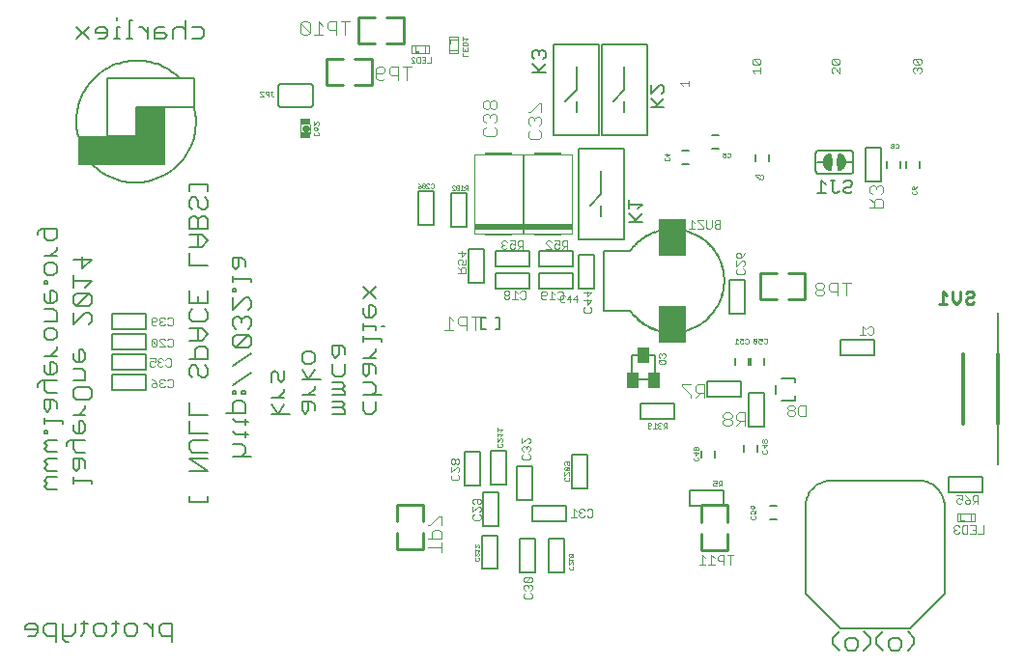
<source format=gbo>
G75*
%MOIN*%
%OFA0B0*%
%FSLAX24Y24*%
%IPPOS*%
%LPD*%
%AMOC8*
5,1,8,0,0,1.08239X$1,22.5*
%
%ADD10C,0.0020*%
%ADD11C,0.0060*%
%ADD12R,0.3000X0.1000*%
%ADD13R,0.1000X0.1000*%
%ADD14C,0.0080*%
%ADD15C,0.0050*%
%ADD16C,0.0040*%
%ADD17C,0.0100*%
%ADD18C,0.0118*%
%ADD19C,0.0090*%
%ADD20R,0.0945X0.0059*%
%ADD21R,0.1673X0.0187*%
%ADD22C,0.0030*%
%ADD23C,0.0010*%
%ADD24R,0.0945X0.1260*%
%ADD25R,0.0394X0.0551*%
%ADD26R,0.0433X0.0551*%
%ADD27R,0.0089X0.0157*%
%ADD28R,0.0089X0.0098*%
%ADD29R,0.0157X0.0089*%
%ADD30R,0.0098X0.0089*%
%ADD31C,0.0220*%
%ADD32R,0.0374X0.0197*%
D10*
X005577Y009529D02*
X005530Y009575D01*
X005530Y009622D01*
X005577Y009669D01*
X005717Y009669D01*
X005717Y009575D01*
X005671Y009529D01*
X005577Y009529D01*
X005717Y009669D02*
X005624Y009762D01*
X005530Y009809D01*
X005807Y009762D02*
X005807Y009715D01*
X005853Y009669D01*
X005807Y009622D01*
X005807Y009575D01*
X005853Y009529D01*
X005947Y009529D01*
X005993Y009575D01*
X006083Y009575D02*
X006130Y009529D01*
X006223Y009529D01*
X006270Y009575D01*
X006270Y009762D01*
X006223Y009809D01*
X006130Y009809D01*
X006083Y009762D01*
X005993Y009762D02*
X005947Y009809D01*
X005853Y009809D01*
X005807Y009762D01*
X005853Y009669D02*
X005900Y009669D01*
X005885Y010244D02*
X005932Y010291D01*
X005885Y010244D02*
X005791Y010244D01*
X005745Y010291D01*
X005745Y010337D01*
X005791Y010384D01*
X005838Y010384D01*
X005791Y010384D02*
X005745Y010431D01*
X005745Y010478D01*
X005791Y010524D01*
X005885Y010524D01*
X005932Y010478D01*
X006021Y010478D02*
X006068Y010524D01*
X006161Y010524D01*
X006208Y010478D01*
X006208Y010291D01*
X006161Y010244D01*
X006068Y010244D01*
X006021Y010291D01*
X005655Y010291D02*
X005609Y010244D01*
X005515Y010244D01*
X005468Y010291D01*
X005468Y010384D01*
X005515Y010431D01*
X005562Y010431D01*
X005655Y010384D01*
X005655Y010524D01*
X005468Y010524D01*
X005577Y010934D02*
X005671Y010934D01*
X005717Y010980D01*
X005530Y011167D01*
X005530Y010980D01*
X005577Y010934D01*
X005717Y010980D02*
X005717Y011167D01*
X005671Y011214D01*
X005577Y011214D01*
X005530Y011167D01*
X005807Y011167D02*
X005853Y011214D01*
X005947Y011214D01*
X005993Y011167D01*
X006083Y011167D02*
X006130Y011214D01*
X006223Y011214D01*
X006270Y011167D01*
X006270Y010980D01*
X006223Y010934D01*
X006130Y010934D01*
X006083Y010980D01*
X005993Y010934D02*
X005807Y011121D01*
X005807Y011167D01*
X005807Y010934D02*
X005993Y010934D01*
X005947Y011654D02*
X005993Y011701D01*
X005947Y011654D02*
X005853Y011654D01*
X005807Y011701D01*
X005807Y011748D01*
X005853Y011794D01*
X005900Y011794D01*
X005853Y011794D02*
X005807Y011841D01*
X005807Y011888D01*
X005853Y011935D01*
X005947Y011935D01*
X005993Y011888D01*
X006083Y011888D02*
X006130Y011935D01*
X006223Y011935D01*
X006270Y011888D01*
X006270Y011701D01*
X006223Y011654D01*
X006130Y011654D01*
X006083Y011701D01*
X005717Y011701D02*
X005671Y011654D01*
X005577Y011654D01*
X005530Y011701D01*
X005530Y011888D01*
X005577Y011935D01*
X005671Y011935D01*
X005717Y011888D01*
X005717Y011841D01*
X005671Y011794D01*
X005530Y011794D01*
X011163Y018218D02*
X011134Y018247D01*
X011134Y018306D01*
X011163Y018336D01*
X011163Y018399D02*
X011134Y018428D01*
X011134Y018487D01*
X011163Y018517D01*
X011193Y018517D01*
X011222Y018487D01*
X011222Y018399D01*
X011163Y018399D01*
X011222Y018399D02*
X011281Y018458D01*
X011311Y018517D01*
X011281Y018580D02*
X011311Y018610D01*
X011311Y018669D01*
X011281Y018698D01*
X011252Y018698D01*
X011134Y018580D01*
X011134Y018698D01*
X011281Y018336D02*
X011311Y018306D01*
X011311Y018247D01*
X011281Y018218D01*
X011163Y018218D01*
X009761Y019602D02*
X009732Y019573D01*
X009702Y019573D01*
X009673Y019602D01*
X009673Y019750D01*
X009702Y019750D02*
X009643Y019750D01*
X009580Y019750D02*
X009580Y019573D01*
X009580Y019632D02*
X009491Y019632D01*
X009462Y019661D01*
X009462Y019720D01*
X009491Y019750D01*
X009580Y019750D01*
X009399Y019720D02*
X009369Y019750D01*
X009310Y019750D01*
X009281Y019720D01*
X009281Y019691D01*
X009399Y019573D01*
X009281Y019573D01*
X014498Y020743D02*
X014616Y020743D01*
X014498Y020861D01*
X014498Y020891D01*
X014528Y020920D01*
X014587Y020920D01*
X014616Y020891D01*
X014680Y020891D02*
X014709Y020920D01*
X014798Y020920D01*
X014798Y020743D01*
X014709Y020743D01*
X014680Y020773D01*
X014680Y020891D01*
X014861Y020920D02*
X014979Y020920D01*
X014979Y020743D01*
X014861Y020743D01*
X014920Y020832D02*
X014979Y020832D01*
X015042Y020743D02*
X015160Y020743D01*
X015160Y020920D01*
X016255Y020962D02*
X016255Y021080D01*
X016255Y021143D02*
X016255Y021261D01*
X016255Y021325D02*
X016255Y021413D01*
X016285Y021443D01*
X016403Y021443D01*
X016432Y021413D01*
X016432Y021325D01*
X016255Y021325D01*
X016344Y021202D02*
X016344Y021143D01*
X016432Y021143D02*
X016255Y021143D01*
X016432Y021143D02*
X016432Y021261D01*
X016373Y021506D02*
X016432Y021565D01*
X016255Y021565D01*
X016255Y021506D02*
X016255Y021624D01*
X016255Y020962D02*
X016432Y020962D01*
X017660Y014587D02*
X017613Y014540D01*
X017613Y014494D01*
X017660Y014447D01*
X017613Y014400D01*
X017613Y014354D01*
X017660Y014307D01*
X017753Y014307D01*
X017800Y014354D01*
X017889Y014354D02*
X017936Y014307D01*
X018029Y014307D01*
X018076Y014354D01*
X018076Y014447D02*
X017983Y014494D01*
X017936Y014494D01*
X017889Y014447D01*
X017889Y014354D01*
X017706Y014447D02*
X017660Y014447D01*
X017660Y014587D02*
X017753Y014587D01*
X017800Y014540D01*
X017889Y014587D02*
X018076Y014587D01*
X018076Y014447D01*
X018165Y014447D02*
X018212Y014400D01*
X018352Y014400D01*
X018352Y014307D02*
X018352Y014587D01*
X018212Y014587D01*
X018165Y014540D01*
X018165Y014447D01*
X018259Y014400D02*
X018165Y014307D01*
X019147Y014307D02*
X019334Y014307D01*
X019147Y014494D01*
X019147Y014541D01*
X019194Y014587D01*
X019287Y014587D01*
X019334Y014541D01*
X019423Y014587D02*
X019610Y014587D01*
X019610Y014447D01*
X019517Y014494D01*
X019470Y014494D01*
X019423Y014447D01*
X019423Y014354D01*
X019470Y014307D01*
X019563Y014307D01*
X019610Y014354D01*
X019700Y014307D02*
X019793Y014401D01*
X019746Y014401D02*
X019886Y014401D01*
X019886Y014307D02*
X019886Y014587D01*
X019746Y014587D01*
X019700Y014541D01*
X019700Y014447D01*
X019746Y014401D01*
X019677Y012844D02*
X019723Y012797D01*
X019723Y012610D01*
X019677Y012564D01*
X019583Y012564D01*
X019536Y012610D01*
X019447Y012564D02*
X019260Y012564D01*
X019354Y012564D02*
X019354Y012844D01*
X019447Y012750D01*
X019536Y012797D02*
X019583Y012844D01*
X019677Y012844D01*
X019685Y012689D02*
X019649Y012653D01*
X019649Y012508D01*
X019685Y012472D01*
X019757Y012472D01*
X019793Y012508D01*
X019866Y012580D02*
X020010Y012580D01*
X020084Y012580D02*
X020228Y012580D01*
X020192Y012472D02*
X020192Y012689D01*
X020084Y012580D01*
X019974Y012472D02*
X019974Y012689D01*
X019866Y012580D01*
X019793Y012653D02*
X019757Y012689D01*
X019685Y012689D01*
X019171Y012750D02*
X019124Y012704D01*
X018984Y012704D01*
X018984Y012797D02*
X019031Y012844D01*
X019124Y012844D01*
X019171Y012797D01*
X019171Y012750D01*
X019171Y012610D02*
X019124Y012564D01*
X019031Y012564D01*
X018984Y012610D01*
X018984Y012797D01*
X018437Y012811D02*
X018437Y012624D01*
X018390Y012577D01*
X018297Y012577D01*
X018250Y012624D01*
X018160Y012577D02*
X017974Y012577D01*
X018067Y012577D02*
X018067Y012857D01*
X018160Y012764D01*
X018250Y012811D02*
X018297Y012857D01*
X018390Y012857D01*
X018437Y012811D01*
X017884Y012811D02*
X017837Y012857D01*
X017744Y012857D01*
X017697Y012811D01*
X017697Y012764D01*
X017744Y012717D01*
X017837Y012717D01*
X017884Y012764D01*
X017884Y012811D01*
X017837Y012717D02*
X017884Y012671D01*
X017884Y012624D01*
X017837Y012577D01*
X017744Y012577D01*
X017697Y012624D01*
X017697Y012671D01*
X017744Y012717D01*
X016377Y013481D02*
X016377Y013621D01*
X016331Y013668D01*
X016237Y013668D01*
X016191Y013621D01*
X016191Y013481D01*
X016191Y013575D02*
X016097Y013668D01*
X016144Y013757D02*
X016097Y013804D01*
X016097Y013898D01*
X016144Y013944D01*
X016237Y013944D01*
X016284Y013898D01*
X016284Y013851D01*
X016237Y013757D01*
X016377Y013757D01*
X016377Y013944D01*
X016237Y014034D02*
X016237Y014221D01*
X016097Y014174D02*
X016377Y014174D01*
X016237Y014034D01*
X016097Y013481D02*
X016377Y013481D01*
X020430Y012799D02*
X020710Y012799D01*
X020570Y012658D01*
X020570Y012845D01*
X020570Y012569D02*
X020570Y012382D01*
X020710Y012522D01*
X020430Y012522D01*
X020477Y012293D02*
X020430Y012246D01*
X020430Y012153D01*
X020477Y012106D01*
X020664Y012106D01*
X020710Y012153D01*
X020710Y012246D01*
X020664Y012293D01*
X023039Y010656D02*
X023039Y010584D01*
X023075Y010548D01*
X023075Y010475D02*
X023039Y010439D01*
X023039Y010367D01*
X023075Y010331D01*
X023219Y010331D01*
X023255Y010367D01*
X023255Y010439D01*
X023219Y010475D01*
X023075Y010475D01*
X023039Y010475D02*
X023111Y010403D01*
X023219Y010548D02*
X023255Y010584D01*
X023255Y010656D01*
X023219Y010692D01*
X023183Y010692D01*
X023147Y010656D01*
X023111Y010692D01*
X023075Y010692D01*
X023039Y010656D01*
X023147Y010656D02*
X023147Y010620D01*
X025655Y011035D02*
X025773Y011035D01*
X025714Y011035D02*
X025714Y011212D01*
X025773Y011153D01*
X025836Y011123D02*
X025836Y011064D01*
X025866Y011035D01*
X025925Y011035D01*
X025954Y011064D01*
X025954Y011123D02*
X025895Y011153D01*
X025866Y011153D01*
X025836Y011123D01*
X025836Y011212D02*
X025954Y011212D01*
X025954Y011123D01*
X026018Y011064D02*
X026047Y011035D01*
X026106Y011035D01*
X026136Y011064D01*
X026136Y011182D01*
X026106Y011212D01*
X026047Y011212D01*
X026018Y011182D01*
X026297Y011184D02*
X026415Y011066D01*
X026385Y011036D01*
X026326Y011036D01*
X026297Y011066D01*
X026297Y011184D01*
X026326Y011213D01*
X026385Y011213D01*
X026415Y011184D01*
X026415Y011066D01*
X026478Y011066D02*
X026508Y011036D01*
X026567Y011036D01*
X026596Y011066D01*
X026596Y011125D02*
X026537Y011154D01*
X026508Y011154D01*
X026478Y011125D01*
X026478Y011066D01*
X026596Y011125D02*
X026596Y011213D01*
X026478Y011213D01*
X026660Y011184D02*
X026689Y011213D01*
X026748Y011213D01*
X026778Y011184D01*
X026778Y011066D01*
X026748Y011036D01*
X026689Y011036D01*
X026660Y011066D01*
X025949Y013435D02*
X025763Y013435D01*
X025716Y013482D01*
X025716Y013575D01*
X025763Y013622D01*
X025716Y013712D02*
X025903Y013898D01*
X025949Y013898D01*
X025996Y013852D01*
X025996Y013758D01*
X025949Y013712D01*
X025949Y013622D02*
X025996Y013575D01*
X025996Y013482D01*
X025949Y013435D01*
X025716Y013712D02*
X025716Y013898D01*
X025763Y013988D02*
X025716Y014035D01*
X025716Y014128D01*
X025763Y014175D01*
X025809Y014175D01*
X025856Y014128D01*
X025856Y013988D01*
X025763Y013988D01*
X025856Y013988D02*
X025949Y014081D01*
X025996Y014175D01*
X030062Y011624D02*
X030062Y011344D01*
X030155Y011344D02*
X029968Y011344D01*
X030155Y011531D02*
X030062Y011624D01*
X030245Y011577D02*
X030291Y011624D01*
X030385Y011624D01*
X030431Y011577D01*
X030431Y011390D01*
X030385Y011344D01*
X030291Y011344D01*
X030245Y011390D01*
X026742Y007729D02*
X026712Y007729D01*
X026683Y007700D01*
X026683Y007641D01*
X026712Y007611D01*
X026742Y007611D01*
X026771Y007641D01*
X026771Y007700D01*
X026742Y007729D01*
X026683Y007700D02*
X026653Y007729D01*
X026624Y007729D01*
X026594Y007700D01*
X026594Y007641D01*
X026624Y007611D01*
X026653Y007611D01*
X026683Y007641D01*
X026683Y007548D02*
X026683Y007430D01*
X026771Y007519D01*
X026594Y007519D01*
X026624Y007367D02*
X026594Y007337D01*
X026594Y007278D01*
X026624Y007249D01*
X026742Y007249D01*
X026771Y007278D01*
X026771Y007337D01*
X026742Y007367D01*
X025217Y006297D02*
X025128Y006297D01*
X025099Y006268D01*
X025099Y006209D01*
X025128Y006179D01*
X025217Y006179D01*
X025217Y006120D02*
X025217Y006297D01*
X025158Y006179D02*
X025099Y006120D01*
X025036Y006150D02*
X025006Y006120D01*
X024947Y006120D01*
X024918Y006150D01*
X024918Y006209D01*
X024947Y006238D01*
X024977Y006238D01*
X025036Y006209D01*
X025036Y006297D01*
X024918Y006297D01*
X024373Y006988D02*
X024255Y006988D01*
X024226Y007018D01*
X024226Y007077D01*
X024255Y007106D01*
X024314Y007169D02*
X024314Y007287D01*
X024344Y007351D02*
X024314Y007380D01*
X024314Y007469D01*
X024255Y007469D02*
X024373Y007469D01*
X024403Y007439D01*
X024403Y007380D01*
X024373Y007351D01*
X024344Y007351D01*
X024255Y007351D02*
X024226Y007380D01*
X024226Y007439D01*
X024255Y007469D01*
X024226Y007258D02*
X024403Y007258D01*
X024314Y007169D01*
X024373Y007106D02*
X024403Y007077D01*
X024403Y007018D01*
X024373Y006988D01*
X023319Y008107D02*
X023319Y008284D01*
X023230Y008284D01*
X023201Y008254D01*
X023201Y008195D01*
X023230Y008166D01*
X023319Y008166D01*
X023260Y008166D02*
X023201Y008107D01*
X023137Y008136D02*
X023108Y008107D01*
X023049Y008107D01*
X023019Y008136D01*
X023019Y008166D01*
X023049Y008195D01*
X023078Y008195D01*
X023049Y008195D02*
X023019Y008225D01*
X023019Y008254D01*
X023049Y008284D01*
X023108Y008284D01*
X023137Y008254D01*
X022956Y008225D02*
X022897Y008284D01*
X022897Y008107D01*
X022956Y008107D02*
X022838Y008107D01*
X022775Y008136D02*
X022745Y008107D01*
X022686Y008107D01*
X022657Y008136D01*
X022657Y008254D01*
X022686Y008284D01*
X022745Y008284D01*
X022775Y008254D01*
X022775Y008225D01*
X022745Y008195D01*
X022657Y008195D01*
X019953Y006929D02*
X019953Y006870D01*
X019924Y006840D01*
X019894Y006840D01*
X019865Y006870D01*
X019865Y006958D01*
X019924Y006958D02*
X019953Y006929D01*
X019924Y006958D02*
X019806Y006958D01*
X019776Y006929D01*
X019776Y006870D01*
X019806Y006840D01*
X019806Y006777D02*
X019776Y006748D01*
X019776Y006689D01*
X019806Y006659D01*
X019924Y006777D01*
X019806Y006777D01*
X019806Y006659D02*
X019924Y006659D01*
X019953Y006689D01*
X019953Y006748D01*
X019924Y006777D01*
X019924Y006596D02*
X019953Y006566D01*
X019953Y006507D01*
X019924Y006478D01*
X019924Y006415D02*
X019953Y006385D01*
X019953Y006326D01*
X019924Y006297D01*
X019806Y006297D01*
X019776Y006326D01*
X019776Y006385D01*
X019806Y006415D01*
X019776Y006478D02*
X019894Y006596D01*
X019924Y006596D01*
X019776Y006596D02*
X019776Y006478D01*
X018600Y007080D02*
X018600Y007173D01*
X018553Y007220D01*
X018553Y007309D02*
X018600Y007356D01*
X018600Y007449D01*
X018553Y007496D01*
X018506Y007496D01*
X018460Y007449D01*
X018413Y007496D01*
X018366Y007496D01*
X018320Y007449D01*
X018320Y007356D01*
X018366Y007309D01*
X018366Y007220D02*
X018320Y007173D01*
X018320Y007080D01*
X018366Y007033D01*
X018553Y007033D01*
X018600Y007080D01*
X018460Y007402D02*
X018460Y007449D01*
X018553Y007585D02*
X018600Y007632D01*
X018600Y007725D01*
X018553Y007772D01*
X018506Y007772D01*
X018320Y007585D01*
X018320Y007772D01*
X017633Y007735D02*
X017633Y007676D01*
X017603Y007646D01*
X017603Y007583D02*
X017633Y007553D01*
X017633Y007494D01*
X017603Y007465D01*
X017485Y007465D01*
X017456Y007494D01*
X017456Y007553D01*
X017485Y007583D01*
X017456Y007646D02*
X017574Y007764D01*
X017603Y007764D01*
X017633Y007735D01*
X017574Y007827D02*
X017633Y007886D01*
X017456Y007886D01*
X017456Y007827D02*
X017456Y007945D01*
X017456Y008009D02*
X017456Y008127D01*
X017456Y008068D02*
X017633Y008068D01*
X017574Y008009D01*
X017456Y007764D02*
X017456Y007646D01*
X016150Y007012D02*
X016103Y007058D01*
X016056Y007058D01*
X016010Y007012D01*
X016010Y006918D01*
X016056Y006872D01*
X016103Y006872D01*
X016150Y006918D01*
X016150Y007012D01*
X016010Y007012D02*
X015963Y007058D01*
X015916Y007058D01*
X015870Y007012D01*
X015870Y006918D01*
X015916Y006872D01*
X015963Y006872D01*
X016010Y006918D01*
X016056Y006782D02*
X016103Y006782D01*
X016150Y006735D01*
X016150Y006642D01*
X016103Y006595D01*
X016103Y006506D02*
X016150Y006459D01*
X016150Y006366D01*
X016103Y006319D01*
X015916Y006319D01*
X015870Y006366D01*
X015870Y006459D01*
X015916Y006506D01*
X015870Y006595D02*
X016056Y006782D01*
X015870Y006782D02*
X015870Y006595D01*
X016664Y005683D02*
X016851Y005683D01*
X016897Y005637D01*
X016897Y005543D01*
X016851Y005497D01*
X016804Y005497D01*
X016757Y005543D01*
X016757Y005683D01*
X016664Y005683D02*
X016617Y005637D01*
X016617Y005543D01*
X016664Y005497D01*
X016617Y005407D02*
X016617Y005220D01*
X016804Y005407D01*
X016851Y005407D01*
X016897Y005360D01*
X016897Y005267D01*
X016851Y005220D01*
X016851Y005131D02*
X016897Y005084D01*
X016897Y004991D01*
X016851Y004944D01*
X016664Y004944D01*
X016617Y004991D01*
X016617Y005084D01*
X016664Y005131D01*
X018434Y002975D02*
X018387Y002928D01*
X018387Y002835D01*
X018434Y002788D01*
X018621Y002975D01*
X018434Y002975D01*
X018621Y002975D02*
X018667Y002928D01*
X018667Y002835D01*
X018621Y002788D01*
X018434Y002788D01*
X018434Y002699D02*
X018387Y002652D01*
X018387Y002559D01*
X018434Y002512D01*
X018434Y002422D02*
X018387Y002376D01*
X018387Y002282D01*
X018434Y002236D01*
X018621Y002236D01*
X018667Y002282D01*
X018667Y002376D01*
X018621Y002422D01*
X018621Y002512D02*
X018667Y002559D01*
X018667Y002652D01*
X018621Y002699D01*
X018574Y002699D01*
X018527Y002652D01*
X018481Y002699D01*
X018434Y002699D01*
X018527Y002652D02*
X018527Y002605D01*
X020011Y005048D02*
X020198Y005048D01*
X020104Y005048D02*
X020104Y005329D01*
X020198Y005235D01*
X020287Y005235D02*
X020334Y005188D01*
X020287Y005142D01*
X020287Y005095D01*
X020334Y005048D01*
X020427Y005048D01*
X020474Y005095D01*
X020563Y005095D02*
X020610Y005048D01*
X020703Y005048D01*
X020750Y005095D01*
X020750Y005282D01*
X020703Y005329D01*
X020610Y005329D01*
X020563Y005282D01*
X020474Y005282D02*
X020427Y005329D01*
X020334Y005329D01*
X020287Y005282D01*
X020287Y005235D01*
X020334Y005188D02*
X020380Y005188D01*
X026204Y005181D02*
X026234Y005151D01*
X026204Y005181D02*
X026204Y005240D01*
X026234Y005269D01*
X026293Y005269D01*
X026322Y005240D01*
X026322Y005210D01*
X026293Y005151D01*
X026381Y005151D01*
X026381Y005269D01*
X026293Y005332D02*
X026352Y005391D01*
X026381Y005450D01*
X026293Y005421D02*
X026293Y005332D01*
X026234Y005332D01*
X026204Y005362D01*
X026204Y005421D01*
X026234Y005450D01*
X026263Y005450D01*
X026293Y005421D01*
X026352Y005088D02*
X026381Y005058D01*
X026381Y004999D01*
X026352Y004970D01*
X026234Y004970D01*
X026204Y004999D01*
X026204Y005058D01*
X026234Y005088D01*
X033221Y004708D02*
X033221Y004661D01*
X033267Y004614D01*
X033221Y004568D01*
X033221Y004521D01*
X033267Y004474D01*
X033361Y004474D01*
X033407Y004521D01*
X033497Y004521D02*
X033497Y004708D01*
X033543Y004754D01*
X033684Y004754D01*
X033684Y004474D01*
X033543Y004474D01*
X033497Y004521D01*
X033314Y004614D02*
X033267Y004614D01*
X033221Y004708D02*
X033267Y004754D01*
X033361Y004754D01*
X033407Y004708D01*
X033773Y004754D02*
X033960Y004754D01*
X033960Y004474D01*
X033773Y004474D01*
X033866Y004614D02*
X033960Y004614D01*
X034049Y004474D02*
X034236Y004474D01*
X034236Y004754D01*
X034052Y005508D02*
X034052Y005788D01*
X033912Y005788D01*
X033865Y005742D01*
X033865Y005648D01*
X033912Y005601D01*
X034052Y005601D01*
X033958Y005601D02*
X033865Y005508D01*
X033776Y005555D02*
X033729Y005508D01*
X033635Y005508D01*
X033589Y005555D01*
X033589Y005601D01*
X033635Y005648D01*
X033776Y005648D01*
X033776Y005555D01*
X033776Y005648D02*
X033682Y005742D01*
X033589Y005788D01*
X033499Y005788D02*
X033499Y005648D01*
X033406Y005695D01*
X033359Y005695D01*
X033313Y005648D01*
X033313Y005555D01*
X033359Y005508D01*
X033453Y005508D01*
X033499Y005555D01*
X033499Y005788D02*
X033313Y005788D01*
D11*
X001496Y000946D02*
X001283Y000946D01*
X001496Y000946D02*
X001603Y001053D01*
X001603Y001266D01*
X001496Y001373D01*
X001283Y001373D01*
X001176Y001266D01*
X001176Y001159D01*
X001603Y001159D01*
X001820Y001053D02*
X001927Y000946D01*
X002247Y000946D01*
X002247Y000732D02*
X002247Y001373D01*
X001927Y001373D01*
X001820Y001266D01*
X001820Y001053D01*
X002465Y000946D02*
X002785Y000946D01*
X002892Y001053D01*
X002892Y001373D01*
X003108Y001373D02*
X003322Y001373D01*
X003215Y001480D02*
X003215Y001053D01*
X003108Y000946D01*
X003539Y001053D02*
X003539Y001266D01*
X003646Y001373D01*
X003860Y001373D01*
X003966Y001266D01*
X003966Y001053D01*
X003860Y000946D01*
X003646Y000946D01*
X003539Y001053D01*
X004182Y000946D02*
X004289Y001053D01*
X004289Y001480D01*
X004396Y001373D02*
X004182Y001373D01*
X004613Y001266D02*
X004613Y001053D01*
X004720Y000946D01*
X004934Y000946D01*
X005041Y001053D01*
X005041Y001266D01*
X004934Y001373D01*
X004720Y001373D01*
X004613Y001266D01*
X005257Y001373D02*
X005364Y001373D01*
X005578Y001159D01*
X005578Y000946D02*
X005578Y001373D01*
X005795Y001266D02*
X005795Y001053D01*
X005902Y000946D01*
X006222Y000946D01*
X006222Y000732D02*
X006222Y001373D01*
X005902Y001373D01*
X005795Y001266D01*
X002679Y000732D02*
X002572Y000732D01*
X002465Y000839D01*
X002465Y001373D01*
X006830Y005563D02*
X007471Y005563D01*
X007471Y005776D01*
X006830Y005776D02*
X006830Y005563D01*
X006830Y006637D02*
X007471Y006637D01*
X006830Y007064D01*
X007471Y007064D01*
X007471Y007282D02*
X006937Y007282D01*
X006830Y007388D01*
X006830Y007602D01*
X006937Y007709D01*
X007471Y007709D01*
X007471Y007926D02*
X006830Y007926D01*
X006830Y008353D01*
X006830Y008571D02*
X006830Y008998D01*
X006830Y008571D02*
X007471Y008571D01*
X008116Y008649D02*
X008757Y008649D01*
X008757Y008969D01*
X008650Y009076D01*
X008437Y009076D01*
X008330Y008969D01*
X008330Y008649D01*
X008330Y008433D02*
X008437Y008326D01*
X008864Y008326D01*
X008757Y008219D02*
X008757Y008433D01*
X008757Y008003D02*
X008757Y007789D01*
X008864Y007896D02*
X008437Y007896D01*
X008330Y008003D01*
X008330Y007572D02*
X008650Y007572D01*
X008757Y007465D01*
X008757Y007252D01*
X008650Y007145D01*
X008330Y007145D02*
X008971Y007145D01*
X009680Y008616D02*
X010321Y008616D01*
X010107Y008936D02*
X009894Y008616D01*
X009680Y008936D01*
X009680Y009153D02*
X010107Y009153D01*
X010107Y009366D02*
X010107Y009473D01*
X010107Y009366D02*
X009894Y009153D01*
X010000Y009690D02*
X009894Y009797D01*
X009894Y010010D01*
X009787Y010117D01*
X009680Y010010D01*
X009680Y009690D01*
X010000Y009690D02*
X010107Y009797D01*
X010107Y010117D01*
X010730Y010118D02*
X010944Y009797D01*
X011157Y010118D01*
X011050Y010335D02*
X010837Y010335D01*
X010730Y010441D01*
X010730Y010655D01*
X010837Y010762D01*
X011050Y010762D01*
X011157Y010655D01*
X011157Y010441D01*
X011050Y010335D01*
X011780Y010332D02*
X011780Y010012D01*
X011887Y009905D01*
X012100Y009905D01*
X012207Y010012D01*
X012207Y010332D01*
X012207Y010656D02*
X012207Y010870D01*
X012100Y010976D01*
X011780Y010976D01*
X011780Y010656D01*
X011887Y010549D01*
X011994Y010656D01*
X011994Y010976D01*
X012830Y011086D02*
X012830Y011300D01*
X012830Y011193D02*
X013471Y011193D01*
X013471Y011086D01*
X013257Y010870D02*
X013257Y010763D01*
X013044Y010549D01*
X013257Y010549D02*
X012830Y010549D01*
X012830Y010332D02*
X012830Y010012D01*
X012937Y009905D01*
X013044Y010012D01*
X013044Y010332D01*
X013150Y010332D02*
X012830Y010332D01*
X013150Y010332D02*
X013257Y010225D01*
X013257Y010012D01*
X013150Y009687D02*
X012830Y009687D01*
X013150Y009687D02*
X013257Y009581D01*
X013257Y009367D01*
X013150Y009260D01*
X013257Y009043D02*
X013257Y008722D01*
X013150Y008616D01*
X012937Y008616D01*
X012830Y008722D01*
X012830Y009043D01*
X012830Y009260D02*
X013471Y009260D01*
X012207Y009260D02*
X012207Y009367D01*
X012100Y009474D01*
X012207Y009581D01*
X012100Y009687D01*
X011780Y009687D01*
X011780Y009474D02*
X012100Y009474D01*
X012207Y009260D02*
X011780Y009260D01*
X011780Y009043D02*
X012100Y009043D01*
X012207Y008936D01*
X012100Y008829D01*
X011780Y008829D01*
X011780Y008616D02*
X012207Y008616D01*
X012207Y008722D01*
X012100Y008829D01*
X011157Y008722D02*
X011157Y008936D01*
X011050Y009043D01*
X010730Y009043D01*
X010730Y008722D01*
X010837Y008616D01*
X010944Y008722D01*
X010944Y009043D01*
X010944Y009260D02*
X011157Y009474D01*
X011157Y009581D01*
X011371Y009797D02*
X010730Y009797D01*
X010730Y009260D02*
X011157Y009260D01*
X008971Y010043D02*
X008330Y009616D01*
X008330Y009400D02*
X008330Y009293D01*
X008437Y009293D01*
X008437Y009400D01*
X008330Y009400D01*
X008650Y009400D02*
X008650Y009293D01*
X008757Y009293D01*
X008757Y009400D01*
X008650Y009400D01*
X008330Y010260D02*
X008971Y010687D01*
X008864Y010905D02*
X008971Y011012D01*
X008971Y011225D01*
X008864Y011332D01*
X008437Y010905D01*
X008330Y011012D01*
X008330Y011225D01*
X008437Y011332D01*
X008864Y011332D01*
X008864Y011549D02*
X008971Y011656D01*
X008971Y011870D01*
X008864Y011976D01*
X008757Y011976D01*
X008650Y011870D01*
X008544Y011976D01*
X008437Y011976D01*
X008330Y011870D01*
X008330Y011656D01*
X008437Y011549D01*
X008650Y011763D02*
X008650Y011870D01*
X008864Y012194D02*
X008971Y012301D01*
X008971Y012514D01*
X008864Y012621D01*
X008757Y012621D01*
X008330Y012194D01*
X008330Y012621D01*
X008330Y012838D02*
X008330Y012945D01*
X008437Y012945D01*
X008437Y012838D01*
X008330Y012838D01*
X008330Y013161D02*
X008330Y013374D01*
X008330Y013267D02*
X008971Y013267D01*
X008971Y013161D01*
X008757Y013697D02*
X008757Y013911D01*
X008650Y014017D01*
X008330Y014017D01*
X008330Y013697D01*
X008437Y013590D01*
X008544Y013697D01*
X008544Y014017D01*
X007471Y013727D02*
X006830Y013727D01*
X006830Y014154D01*
X006830Y014372D02*
X007257Y014372D01*
X007471Y014585D01*
X007257Y014799D01*
X006830Y014799D01*
X006830Y015016D02*
X006830Y015336D01*
X006937Y015443D01*
X007044Y015443D01*
X007150Y015336D01*
X007150Y015016D01*
X007150Y014799D02*
X007150Y014372D01*
X006830Y015016D02*
X007471Y015016D01*
X007471Y015336D01*
X007364Y015443D01*
X007257Y015443D01*
X007150Y015336D01*
X007257Y015661D02*
X007150Y015767D01*
X007150Y015981D01*
X007044Y016088D01*
X006937Y016088D01*
X006830Y015981D01*
X006830Y015767D01*
X006937Y015661D01*
X007257Y015661D02*
X007364Y015661D01*
X007471Y015767D01*
X007471Y015981D01*
X007364Y016088D01*
X007471Y016305D02*
X007471Y016519D01*
X006830Y016519D01*
X006830Y016305D01*
X003467Y013940D02*
X003147Y013619D01*
X003147Y014046D01*
X002827Y013940D02*
X003467Y013940D01*
X002827Y013402D02*
X002827Y012975D01*
X002827Y013188D02*
X003467Y013188D01*
X003254Y012975D01*
X003361Y012757D02*
X002934Y012757D01*
X002827Y012651D01*
X002827Y012437D01*
X002934Y012330D01*
X003361Y012757D01*
X003467Y012651D01*
X003467Y012437D01*
X003361Y012330D01*
X002934Y012330D01*
X002827Y012113D02*
X002827Y011686D01*
X003254Y012113D01*
X003361Y012113D01*
X003467Y012006D01*
X003467Y011793D01*
X003361Y011686D01*
X002257Y011797D02*
X002257Y012118D01*
X002150Y012224D01*
X001830Y012224D01*
X001937Y012442D02*
X002150Y012442D01*
X002257Y012549D01*
X002257Y012762D01*
X002150Y012869D01*
X002044Y012869D01*
X002044Y012442D01*
X001937Y012442D02*
X001830Y012549D01*
X001830Y012762D01*
X001830Y013086D02*
X001830Y013193D01*
X001937Y013193D01*
X001937Y013086D01*
X001830Y013086D01*
X001937Y013409D02*
X001830Y013516D01*
X001830Y013729D01*
X001937Y013836D01*
X002150Y013836D01*
X002257Y013729D01*
X002257Y013516D01*
X002150Y013409D01*
X001937Y013409D01*
X002044Y014053D02*
X002257Y014267D01*
X002257Y014374D01*
X002150Y014590D02*
X001937Y014590D01*
X001830Y014697D01*
X001830Y015017D01*
X001723Y015017D02*
X002257Y015017D01*
X002257Y014697D01*
X002150Y014590D01*
X002257Y014053D02*
X001830Y014053D01*
X001616Y014804D02*
X001616Y014911D01*
X001723Y015017D01*
X001830Y011797D02*
X002257Y011797D01*
X002150Y011580D02*
X001937Y011580D01*
X001830Y011473D01*
X001830Y011260D01*
X001937Y011153D01*
X002150Y011153D01*
X002257Y011260D01*
X002257Y011473D01*
X002150Y011580D01*
X002257Y010936D02*
X002257Y010829D01*
X002044Y010616D01*
X002257Y010616D02*
X001830Y010616D01*
X002044Y010398D02*
X002044Y009971D01*
X002150Y009971D02*
X001937Y009971D01*
X001830Y010078D01*
X001830Y010291D01*
X002044Y010398D02*
X002150Y010398D01*
X002257Y010291D01*
X002257Y010078D01*
X002150Y009971D01*
X002257Y009754D02*
X001723Y009754D01*
X001616Y009647D01*
X001616Y009540D01*
X001830Y009433D02*
X001937Y009327D01*
X002257Y009327D01*
X002150Y009109D02*
X001830Y009109D01*
X001830Y008789D01*
X001937Y008682D01*
X002044Y008789D01*
X002044Y009109D01*
X002150Y009109D02*
X002257Y009002D01*
X002257Y008789D01*
X002827Y008570D02*
X003254Y008570D01*
X003040Y008570D02*
X003254Y008784D01*
X003254Y008891D01*
X003361Y009108D02*
X002934Y009108D01*
X002827Y009214D01*
X002827Y009428D01*
X002934Y009535D01*
X003361Y009535D01*
X003467Y009428D01*
X003467Y009214D01*
X003361Y009108D01*
X003254Y009752D02*
X002827Y009752D01*
X003254Y009752D02*
X003254Y010072D01*
X003147Y010179D01*
X002827Y010179D01*
X002934Y010397D02*
X002827Y010503D01*
X002827Y010717D01*
X003040Y010824D02*
X003040Y010397D01*
X002934Y010397D02*
X003147Y010397D01*
X003254Y010503D01*
X003254Y010717D01*
X003147Y010824D01*
X003040Y010824D01*
X001830Y009754D02*
X001830Y009433D01*
X001830Y008466D02*
X001830Y008252D01*
X001830Y008359D02*
X002471Y008359D01*
X002471Y008252D01*
X002827Y008246D02*
X002827Y008033D01*
X002934Y007926D01*
X003147Y007926D01*
X003254Y008033D01*
X003254Y008246D01*
X003147Y008353D01*
X003040Y008353D01*
X003040Y007926D01*
X002827Y007708D02*
X002827Y007388D01*
X002934Y007281D01*
X003254Y007281D01*
X003147Y007064D02*
X002827Y007064D01*
X002827Y006744D01*
X002934Y006637D01*
X003040Y006744D01*
X003040Y007064D01*
X003147Y007064D02*
X003254Y006957D01*
X003254Y006744D01*
X003467Y006314D02*
X002827Y006314D01*
X002827Y006207D02*
X002827Y006421D01*
X002257Y006423D02*
X001937Y006423D01*
X001830Y006317D01*
X001937Y006210D01*
X001830Y006103D01*
X001937Y005996D01*
X002257Y005996D01*
X002257Y006641D02*
X001937Y006641D01*
X001830Y006748D01*
X001937Y006855D01*
X001830Y006961D01*
X001937Y007068D01*
X002257Y007068D01*
X002257Y007286D02*
X001937Y007286D01*
X001830Y007392D01*
X001937Y007499D01*
X001830Y007606D01*
X001937Y007713D01*
X002257Y007713D01*
X002613Y007602D02*
X002613Y007495D01*
X002613Y007602D02*
X002720Y007708D01*
X003254Y007708D01*
X001937Y007930D02*
X001937Y008037D01*
X001830Y008037D01*
X001830Y007930D01*
X001937Y007930D01*
X003467Y006314D02*
X003467Y006207D01*
X006937Y009860D02*
X006830Y009967D01*
X006830Y010180D01*
X006937Y010287D01*
X007044Y010287D01*
X007150Y010180D01*
X007150Y009967D01*
X007257Y009860D01*
X007364Y009860D01*
X007471Y009967D01*
X007471Y010180D01*
X007364Y010287D01*
X007471Y010504D02*
X006830Y010504D01*
X007044Y010504D02*
X007044Y010825D01*
X007150Y010931D01*
X007364Y010931D01*
X007471Y010825D01*
X007471Y010504D01*
X007257Y011149D02*
X006830Y011149D01*
X007150Y011149D02*
X007150Y011576D01*
X007257Y011576D02*
X006830Y011576D01*
X006937Y011793D02*
X006830Y011900D01*
X006830Y012114D01*
X006937Y012220D01*
X006830Y012438D02*
X006830Y012865D01*
X007150Y012651D02*
X007150Y012438D01*
X007364Y012220D02*
X007471Y012114D01*
X007471Y011900D01*
X007364Y011793D01*
X006937Y011793D01*
X007257Y011576D02*
X007471Y011362D01*
X007257Y011149D01*
X008437Y010905D02*
X008864Y010905D01*
X007471Y012438D02*
X006830Y012438D01*
X007471Y012438D02*
X007471Y012865D01*
X012830Y013017D02*
X013257Y012590D01*
X013150Y012373D02*
X013044Y012373D01*
X013044Y011946D01*
X013150Y011946D02*
X013257Y012053D01*
X013257Y012266D01*
X013150Y012373D01*
X012830Y012266D02*
X012830Y012053D01*
X012937Y011946D01*
X013150Y011946D01*
X012830Y011730D02*
X012830Y011516D01*
X012830Y011623D02*
X013257Y011623D01*
X013257Y011516D01*
X013471Y011623D02*
X013577Y011623D01*
X012830Y012590D02*
X013257Y013017D01*
X021138Y012181D02*
X021138Y014229D01*
X022043Y014229D01*
X021138Y014229D01*
X021138Y012181D01*
X022043Y012181D01*
X021138Y012181D01*
X022098Y010622D02*
X022902Y010622D01*
X022902Y009788D01*
X022098Y009788D01*
X022098Y010622D01*
X025664Y010523D02*
X025664Y010287D01*
X026136Y010287D02*
X026136Y010523D01*
X026214Y010523D02*
X026214Y010287D01*
X026686Y010287D02*
X026686Y010523D01*
X022909Y011512D02*
X022830Y011544D01*
X022752Y011579D01*
X022676Y011618D01*
X022602Y011661D01*
X022530Y011706D01*
X022460Y011755D01*
X022392Y011808D01*
X022327Y011863D01*
X022265Y011921D01*
X022205Y011982D01*
X022148Y012046D01*
X022094Y012112D01*
X022043Y012181D01*
X022092Y012114D01*
X022145Y012049D01*
X022201Y011986D01*
X022259Y011927D01*
X022320Y011870D01*
X022384Y011816D01*
X022451Y011765D01*
X022519Y011717D01*
X022590Y011672D01*
X022663Y011631D01*
X022738Y011593D01*
X022814Y011559D01*
X022892Y011529D01*
X022971Y011502D01*
X023051Y011479D01*
X023133Y011459D01*
X023215Y011444D01*
X023298Y011432D01*
X023381Y011424D01*
X023465Y011420D01*
X023548Y011421D01*
X023632Y011425D01*
X023715Y011432D01*
X023798Y011444D01*
X023880Y011460D01*
X023961Y011479D01*
X024042Y011503D01*
X024121Y011530D01*
X024199Y011560D01*
X024275Y011595D01*
X024350Y011632D01*
X024422Y011674D01*
X024493Y011718D01*
X024562Y011766D01*
X024628Y011817D01*
X024692Y011872D01*
X024753Y011929D01*
X024811Y011988D01*
X024867Y012051D01*
X024919Y012116D01*
X024969Y012184D01*
X025015Y012253D01*
X025058Y012325D01*
X025098Y012399D01*
X025134Y012474D01*
X025166Y012551D01*
X025195Y012630D01*
X025220Y012710D01*
X025241Y012791D01*
X025259Y012872D01*
X025272Y012955D01*
X025282Y013038D01*
X025288Y013121D01*
X025290Y013205D01*
X025288Y013289D01*
X025282Y013372D01*
X025272Y013455D01*
X025259Y013538D01*
X025241Y013619D01*
X025220Y013700D01*
X025195Y013780D01*
X025166Y013859D01*
X025134Y013936D01*
X025098Y014011D01*
X025058Y014085D01*
X025015Y014157D01*
X024969Y014226D01*
X024919Y014294D01*
X024867Y014359D01*
X024811Y014422D01*
X024753Y014481D01*
X024692Y014538D01*
X024628Y014593D01*
X024562Y014644D01*
X024493Y014692D01*
X024422Y014736D01*
X024350Y014778D01*
X024275Y014815D01*
X024199Y014850D01*
X024121Y014880D01*
X024042Y014907D01*
X023961Y014931D01*
X023880Y014950D01*
X023798Y014966D01*
X023715Y014978D01*
X023632Y014985D01*
X023548Y014989D01*
X023465Y014990D01*
X023381Y014986D01*
X023298Y014978D01*
X023215Y014966D01*
X023133Y014951D01*
X023051Y014931D01*
X022971Y014908D01*
X022892Y014881D01*
X022814Y014851D01*
X022738Y014817D01*
X022663Y014779D01*
X022590Y014738D01*
X022519Y014693D01*
X022451Y014645D01*
X022384Y014594D01*
X022320Y014540D01*
X022259Y014483D01*
X022201Y014424D01*
X022145Y014361D01*
X022092Y014296D01*
X022043Y014229D01*
X022044Y014229D02*
X022090Y014294D01*
X022139Y014356D01*
X022191Y014416D01*
X022246Y014474D01*
X022303Y014529D01*
X022362Y014582D01*
X022424Y014632D01*
X022488Y014679D01*
X022554Y014723D01*
X022622Y014765D01*
X022691Y014803D01*
X022763Y014838D01*
X022836Y014870D01*
X022910Y014898D01*
X024051Y014898D02*
X024129Y014871D01*
X024207Y014840D01*
X024283Y014806D01*
X024357Y014769D01*
X024429Y014728D01*
X024500Y014683D01*
X024568Y014636D01*
X024634Y014585D01*
X024697Y014531D01*
X024758Y014474D01*
X024816Y014415D01*
X024871Y014353D01*
X024923Y014288D01*
X024973Y014221D01*
X025019Y014151D01*
X025061Y014080D01*
X025101Y014007D01*
X025136Y013932D01*
X025169Y013855D01*
X025197Y013777D01*
X025222Y013698D01*
X025243Y013617D01*
X025261Y013536D01*
X025274Y013454D01*
X025284Y013371D01*
X025290Y013288D01*
X025292Y013205D01*
X025290Y013122D01*
X025284Y013039D01*
X025274Y012956D01*
X025261Y012874D01*
X025243Y012793D01*
X025222Y012712D01*
X025197Y012633D01*
X025169Y012555D01*
X025136Y012478D01*
X025101Y012403D01*
X025061Y012330D01*
X025019Y012259D01*
X024973Y012189D01*
X024923Y012122D01*
X024871Y012057D01*
X024816Y011995D01*
X024758Y011936D01*
X024697Y011879D01*
X024634Y011825D01*
X024568Y011774D01*
X024500Y011727D01*
X024429Y011682D01*
X024357Y011641D01*
X024283Y011604D01*
X024207Y011570D01*
X024129Y011539D01*
X024051Y011512D01*
X025964Y007523D02*
X025964Y007287D01*
X026436Y007287D02*
X026436Y007523D01*
X024986Y007323D02*
X024986Y007087D01*
X024514Y007087D02*
X024514Y007323D01*
X026882Y005441D02*
X027118Y005441D01*
X027118Y004969D02*
X026882Y004969D01*
X029258Y001087D02*
X029044Y000873D01*
X029044Y000660D01*
X029258Y000446D01*
X029475Y000553D02*
X029475Y000766D01*
X029582Y000873D01*
X029796Y000873D01*
X029902Y000766D01*
X029902Y000553D01*
X029796Y000446D01*
X029582Y000446D01*
X029475Y000553D01*
X030119Y000446D02*
X030332Y000660D01*
X030332Y000873D01*
X030119Y001087D01*
X030548Y000873D02*
X030762Y001087D01*
X030548Y000873D02*
X030548Y000660D01*
X030762Y000446D01*
X030979Y000553D02*
X030979Y000766D01*
X031086Y000873D01*
X031300Y000873D01*
X031406Y000766D01*
X031406Y000553D01*
X031300Y000446D01*
X031086Y000446D01*
X030979Y000553D01*
X031622Y000446D02*
X031836Y000660D01*
X031836Y000873D01*
X031622Y001087D01*
X029650Y016905D02*
X028550Y016905D01*
X028533Y016907D01*
X028516Y016911D01*
X028500Y016918D01*
X028486Y016928D01*
X028473Y016941D01*
X028463Y016955D01*
X028456Y016971D01*
X028452Y016988D01*
X028450Y017005D01*
X028450Y017605D01*
X028452Y017622D01*
X028456Y017639D01*
X028463Y017655D01*
X028473Y017669D01*
X028486Y017682D01*
X028500Y017692D01*
X028516Y017699D01*
X028533Y017703D01*
X028550Y017705D01*
X029650Y017705D01*
X029667Y017703D01*
X029684Y017699D01*
X029700Y017692D01*
X029714Y017682D01*
X029727Y017669D01*
X029737Y017655D01*
X029744Y017639D01*
X029748Y017622D01*
X029750Y017605D01*
X029750Y017005D01*
X029748Y016988D01*
X029744Y016971D01*
X029737Y016955D01*
X029727Y016941D01*
X029714Y016928D01*
X029700Y016918D01*
X029684Y016911D01*
X029667Y016907D01*
X029650Y016905D01*
X029700Y017305D02*
X029500Y017305D01*
X028700Y017305D02*
X028500Y017305D01*
X026836Y017337D02*
X026836Y017573D01*
X026364Y017573D02*
X026364Y017337D01*
X025118Y017769D02*
X024882Y017769D01*
X024882Y018241D02*
X025118Y018241D01*
X024068Y017691D02*
X023832Y017691D01*
X023832Y017219D02*
X024068Y017219D01*
X030914Y017323D02*
X030914Y017087D01*
X031386Y017087D02*
X031386Y017323D01*
X031564Y017323D02*
X031564Y017087D01*
X032036Y017087D02*
X032036Y017323D01*
X011100Y019305D02*
X011100Y019905D01*
X011098Y019922D01*
X011094Y019939D01*
X011087Y019955D01*
X011077Y019969D01*
X011064Y019982D01*
X011050Y019992D01*
X011034Y019999D01*
X011017Y020003D01*
X011000Y020005D01*
X010000Y020005D01*
X009983Y020003D01*
X009966Y019999D01*
X009950Y019992D01*
X009936Y019982D01*
X009923Y019969D01*
X009913Y019955D01*
X009906Y019939D01*
X009902Y019922D01*
X009900Y019905D01*
X009900Y019305D01*
X009902Y019288D01*
X009906Y019271D01*
X009913Y019255D01*
X009923Y019241D01*
X009936Y019228D01*
X009950Y019218D01*
X009966Y019211D01*
X009983Y019207D01*
X010000Y019205D01*
X011000Y019205D01*
X011017Y019207D01*
X011034Y019211D01*
X011050Y019218D01*
X011064Y019228D01*
X011077Y019241D01*
X011087Y019255D01*
X011094Y019271D01*
X011098Y019288D01*
X011100Y019305D01*
X007351Y021657D02*
X007351Y021871D01*
X007245Y021978D01*
X006924Y021978D01*
X006707Y021871D02*
X006600Y021978D01*
X006387Y021978D01*
X006280Y021871D01*
X006280Y021551D01*
X006062Y021657D02*
X005956Y021764D01*
X005635Y021764D01*
X005635Y021871D02*
X005635Y021551D01*
X005956Y021551D01*
X006062Y021657D01*
X006707Y021551D02*
X006707Y022191D01*
X006924Y021551D02*
X007245Y021551D01*
X007351Y021657D01*
X005956Y021978D02*
X005742Y021978D01*
X005635Y021871D01*
X005418Y021978D02*
X005418Y021551D01*
X005418Y021764D02*
X005204Y021978D01*
X005098Y021978D01*
X004881Y022191D02*
X004774Y022191D01*
X004774Y021551D01*
X004881Y021551D02*
X004667Y021551D01*
X004451Y021551D02*
X004237Y021551D01*
X004344Y021551D02*
X004344Y021978D01*
X004451Y021978D01*
X004344Y022191D02*
X004344Y022298D01*
X004021Y021871D02*
X003914Y021978D01*
X003701Y021978D01*
X003594Y021871D01*
X003594Y021764D01*
X004021Y021764D01*
X004021Y021657D02*
X004021Y021871D01*
X004021Y021657D02*
X003914Y021551D01*
X003701Y021551D01*
X003377Y021551D02*
X002950Y021978D01*
X003377Y021978D02*
X002950Y021551D01*
D12*
X004500Y017705D03*
D13*
X005500Y018705D03*
D14*
X006500Y020204D02*
X006434Y020267D01*
X006366Y020326D01*
X006295Y020383D01*
X006221Y020436D01*
X006146Y020486D01*
X006068Y020533D01*
X005989Y020577D01*
X005907Y020617D01*
X005824Y020653D01*
X005740Y020686D01*
X005654Y020715D01*
X005567Y020740D01*
X005479Y020762D01*
X005390Y020779D01*
X005300Y020793D01*
X005210Y020803D01*
X005120Y020809D01*
X005029Y020811D01*
X004939Y020809D01*
X004848Y020803D01*
X004758Y020794D01*
X004668Y020780D01*
X004580Y020763D01*
X004491Y020741D01*
X004404Y020716D01*
X004318Y020687D01*
X004234Y020655D01*
X004151Y020619D01*
X004069Y020579D01*
X003990Y020535D01*
X003912Y020489D01*
X003836Y020439D01*
X003763Y020386D01*
X003692Y020329D01*
X003623Y020270D01*
X003558Y020208D01*
X003494Y020143D01*
X003434Y020075D01*
X003377Y020004D01*
X003323Y019932D01*
X003272Y019857D01*
X003224Y019780D01*
X003180Y019701D01*
X003139Y019620D01*
X003102Y019537D01*
X003069Y019453D01*
X003039Y019367D01*
X003012Y019280D01*
X002990Y019193D01*
X002972Y019104D01*
X002957Y019014D01*
X002946Y018924D01*
X002939Y018834D01*
X002936Y018743D01*
X002937Y018653D01*
X002942Y018562D01*
X002951Y018472D01*
X002963Y018382D01*
X002980Y018293D01*
X003000Y018205D01*
X004000Y018205D02*
X004000Y020205D01*
X006500Y020205D01*
X007000Y020205D01*
X007000Y019205D01*
X005000Y019205D01*
X005000Y018205D01*
X004000Y018205D01*
X003500Y017206D02*
X003566Y017143D01*
X003634Y017084D01*
X003705Y017027D01*
X003779Y016974D01*
X003854Y016924D01*
X003932Y016877D01*
X004011Y016833D01*
X004093Y016793D01*
X004176Y016757D01*
X004260Y016724D01*
X004346Y016695D01*
X004433Y016670D01*
X004521Y016648D01*
X004610Y016631D01*
X004700Y016617D01*
X004790Y016607D01*
X004880Y016601D01*
X004971Y016599D01*
X005061Y016601D01*
X005152Y016607D01*
X005242Y016616D01*
X005332Y016630D01*
X005420Y016647D01*
X005509Y016669D01*
X005596Y016694D01*
X005682Y016723D01*
X005766Y016755D01*
X005849Y016791D01*
X005931Y016831D01*
X006010Y016875D01*
X006088Y016921D01*
X006164Y016971D01*
X006237Y017024D01*
X006308Y017081D01*
X006377Y017140D01*
X006442Y017202D01*
X006506Y017267D01*
X006566Y017335D01*
X006623Y017406D01*
X006677Y017478D01*
X006728Y017553D01*
X006776Y017630D01*
X006820Y017709D01*
X006861Y017790D01*
X006898Y017873D01*
X006931Y017957D01*
X006961Y018043D01*
X006988Y018130D01*
X007010Y018217D01*
X007028Y018306D01*
X007043Y018396D01*
X007054Y018486D01*
X007061Y018576D01*
X007064Y018667D01*
X007063Y018757D01*
X007058Y018848D01*
X007049Y018938D01*
X007037Y019028D01*
X007020Y019117D01*
X007000Y019205D01*
X014730Y016285D02*
X014730Y015125D01*
X015270Y015125D01*
X015270Y016285D01*
X014730Y016285D01*
X015880Y016235D02*
X015880Y015075D01*
X016420Y015075D01*
X016420Y016235D01*
X015880Y016235D01*
X016480Y014285D02*
X016480Y013125D01*
X017020Y013125D01*
X017020Y014285D01*
X016480Y014285D01*
X017420Y014225D02*
X017420Y013685D01*
X018580Y013685D01*
X018580Y014225D01*
X017420Y014225D01*
X017420Y013475D02*
X017420Y012935D01*
X018580Y012935D01*
X018580Y013475D01*
X017420Y013475D01*
X018920Y013475D02*
X018920Y012935D01*
X020080Y012935D01*
X020080Y013475D01*
X018920Y013475D01*
X018920Y013685D02*
X018920Y014225D01*
X020080Y014225D01*
X020080Y013685D01*
X018920Y013685D01*
X020280Y014085D02*
X020280Y012925D01*
X020820Y012925D01*
X020820Y014085D01*
X020280Y014085D01*
X025480Y013235D02*
X025480Y012075D01*
X026020Y012075D01*
X026020Y013235D01*
X025480Y013235D01*
X029320Y011175D02*
X029320Y010635D01*
X030480Y010635D01*
X030480Y011175D01*
X029320Y011175D01*
X026670Y009335D02*
X026130Y009335D01*
X026130Y008175D01*
X026670Y008175D01*
X026670Y009335D01*
X025880Y009185D02*
X025880Y009725D01*
X024720Y009725D01*
X024720Y009185D01*
X025880Y009185D01*
X023580Y008975D02*
X023580Y008435D01*
X022420Y008435D01*
X022420Y008975D01*
X023580Y008975D01*
X020570Y007185D02*
X020030Y007185D01*
X020030Y006025D01*
X020570Y006025D01*
X020570Y007185D01*
X018670Y006785D02*
X018130Y006785D01*
X018130Y005625D01*
X018670Y005625D01*
X018670Y006785D01*
X017770Y007335D02*
X017770Y006175D01*
X017230Y006175D01*
X017230Y007335D01*
X017770Y007335D01*
X016870Y007285D02*
X016330Y007285D01*
X016330Y006125D01*
X016870Y006125D01*
X016870Y007285D01*
X016980Y005885D02*
X016980Y004725D01*
X017520Y004725D01*
X017520Y005885D01*
X016980Y005885D01*
X018670Y005425D02*
X018670Y004885D01*
X019830Y004885D01*
X019830Y005425D01*
X018670Y005425D01*
X017468Y004416D02*
X016928Y004416D01*
X016928Y003256D01*
X017468Y003256D01*
X017468Y004416D01*
X018230Y004285D02*
X018230Y003125D01*
X018770Y003125D01*
X018770Y004285D01*
X018230Y004285D01*
X019230Y004285D02*
X019230Y003125D01*
X019770Y003125D01*
X019770Y004285D01*
X019230Y004285D01*
X024120Y005435D02*
X024120Y005975D01*
X025280Y005975D01*
X025280Y005435D01*
X024120Y005435D01*
X033052Y005885D02*
X033052Y006425D01*
X034212Y006425D01*
X034212Y005885D01*
X033052Y005885D01*
X030720Y016625D02*
X030180Y016625D01*
X030180Y017785D01*
X030720Y017785D01*
X030720Y016625D01*
X005330Y012075D02*
X005330Y011535D01*
X004170Y011535D01*
X004170Y012075D01*
X005330Y012075D01*
X005330Y011375D02*
X004170Y011375D01*
X004170Y010835D01*
X005330Y010835D01*
X005330Y011375D01*
X005330Y010675D02*
X004170Y010675D01*
X004170Y010135D01*
X005330Y010135D01*
X005330Y010675D01*
X005330Y009975D02*
X004170Y009975D01*
X004170Y009435D01*
X005330Y009435D01*
X005330Y009975D01*
D15*
X016899Y011539D02*
X016899Y011939D01*
X017065Y011939D01*
X017420Y011939D02*
X017549Y011939D01*
X017549Y011539D01*
X017420Y011539D01*
X017074Y011539D02*
X016899Y011539D01*
X020263Y014630D02*
X020263Y017780D01*
X021837Y017780D01*
X021837Y014630D01*
X020263Y014630D01*
X021050Y015418D02*
X021050Y015811D01*
X021050Y016205D02*
X020656Y015811D01*
X021050Y016205D02*
X021050Y016992D01*
X021063Y018230D02*
X021063Y021380D01*
X022637Y021380D01*
X022637Y018230D01*
X021063Y018230D01*
X020987Y018230D02*
X019413Y018230D01*
X019413Y021380D01*
X020987Y021380D01*
X020987Y018230D01*
X020200Y019018D02*
X020200Y019411D01*
X020200Y019805D02*
X019806Y019411D01*
X020200Y019805D02*
X020200Y020592D01*
X019128Y020706D02*
X018828Y020406D01*
X018903Y020481D02*
X018678Y020706D01*
X018753Y020866D02*
X018678Y020941D01*
X018678Y021091D01*
X018753Y021166D01*
X018828Y021166D01*
X018903Y021091D01*
X018903Y021016D01*
X018903Y021091D02*
X018978Y021166D01*
X019053Y021166D01*
X019128Y021091D01*
X019128Y020941D01*
X019053Y020866D01*
X019128Y020406D02*
X018678Y020406D01*
X021456Y019411D02*
X021850Y019805D01*
X021850Y020592D01*
X022770Y019962D02*
X022770Y019662D01*
X023070Y019962D01*
X023145Y019962D01*
X023220Y019887D01*
X023220Y019737D01*
X023145Y019662D01*
X023220Y019502D02*
X022920Y019202D01*
X022995Y019277D02*
X022770Y019502D01*
X022770Y019202D02*
X023220Y019202D01*
X021850Y019018D02*
X021850Y019411D01*
X022007Y015990D02*
X022007Y015689D01*
X022007Y015839D02*
X022457Y015839D01*
X022307Y015689D01*
X022457Y015529D02*
X022157Y015229D01*
X022232Y015304D02*
X022007Y015529D01*
X022007Y015229D02*
X022457Y015229D01*
X028496Y016224D02*
X028796Y016224D01*
X028646Y016224D02*
X028646Y016674D01*
X028796Y016524D01*
X028956Y016674D02*
X029106Y016674D01*
X029031Y016674D02*
X029031Y016299D01*
X029106Y016224D01*
X029182Y016224D01*
X029257Y016299D01*
X029417Y016299D02*
X029492Y016224D01*
X029642Y016224D01*
X029717Y016299D01*
X029642Y016449D02*
X029492Y016449D01*
X029417Y016374D01*
X029417Y016299D01*
X029642Y016449D02*
X029717Y016524D01*
X029717Y016599D01*
X029642Y016674D01*
X029492Y016674D01*
X029417Y016599D01*
X029224Y017032D02*
X029201Y017305D01*
X029201Y017305D01*
X029224Y017578D01*
X029225Y017579D01*
X029257Y017574D01*
X029289Y017565D01*
X029319Y017553D01*
X029347Y017537D01*
X029374Y017518D01*
X029398Y017496D01*
X029419Y017472D01*
X029437Y017445D01*
X029452Y017416D01*
X029463Y017385D01*
X029471Y017354D01*
X029475Y017321D01*
X029475Y017289D01*
X029471Y017256D01*
X029463Y017225D01*
X029452Y017194D01*
X029437Y017165D01*
X029419Y017138D01*
X029398Y017114D01*
X029374Y017092D01*
X029347Y017073D01*
X029319Y017057D01*
X029289Y017045D01*
X029257Y017036D01*
X029225Y017031D01*
X029225Y017078D01*
X029253Y017083D01*
X029281Y017092D01*
X029307Y017104D01*
X029332Y017119D01*
X029355Y017137D01*
X029375Y017158D01*
X029392Y017182D01*
X029406Y017207D01*
X029417Y017234D01*
X029424Y017262D01*
X029428Y017291D01*
X029428Y017319D01*
X029424Y017348D01*
X029417Y017376D01*
X029406Y017403D01*
X029392Y017428D01*
X029375Y017452D01*
X029355Y017473D01*
X029332Y017491D01*
X029307Y017506D01*
X029281Y017518D01*
X029253Y017527D01*
X029225Y017532D01*
X029225Y017484D01*
X029250Y017479D01*
X029275Y017470D01*
X029297Y017458D01*
X029318Y017442D01*
X029337Y017424D01*
X029352Y017403D01*
X029365Y017380D01*
X029374Y017356D01*
X029379Y017331D01*
X029381Y017305D01*
X029379Y017279D01*
X029374Y017254D01*
X029365Y017230D01*
X029352Y017207D01*
X029337Y017186D01*
X029318Y017168D01*
X029297Y017152D01*
X029275Y017140D01*
X029250Y017131D01*
X029225Y017126D01*
X029225Y017173D01*
X029246Y017179D01*
X029266Y017188D01*
X029284Y017200D01*
X029300Y017215D01*
X029313Y017233D01*
X029323Y017252D01*
X029330Y017273D01*
X029334Y017294D01*
X029334Y017316D01*
X029330Y017337D01*
X029323Y017358D01*
X029313Y017377D01*
X029300Y017395D01*
X029284Y017410D01*
X029266Y017422D01*
X029246Y017431D01*
X029225Y017437D01*
X029225Y017388D01*
X029241Y017382D01*
X029255Y017373D01*
X029267Y017360D01*
X029277Y017346D01*
X029283Y017330D01*
X029287Y017314D01*
X029287Y017296D01*
X029283Y017280D01*
X029277Y017264D01*
X029267Y017250D01*
X029255Y017237D01*
X029241Y017228D01*
X029225Y017222D01*
X029223Y017273D01*
X029231Y017280D01*
X029237Y017289D01*
X029240Y017300D01*
X029240Y017310D01*
X029237Y017321D01*
X029231Y017330D01*
X029223Y017337D01*
X028976Y017578D02*
X028999Y017305D01*
X028999Y017305D01*
X028976Y017032D01*
X028975Y017031D01*
X028943Y017036D01*
X028911Y017045D01*
X028881Y017057D01*
X028853Y017073D01*
X028826Y017092D01*
X028802Y017114D01*
X028781Y017138D01*
X028763Y017165D01*
X028748Y017194D01*
X028737Y017225D01*
X028729Y017256D01*
X028725Y017289D01*
X028725Y017321D01*
X028729Y017354D01*
X028737Y017385D01*
X028748Y017416D01*
X028763Y017445D01*
X028781Y017472D01*
X028802Y017496D01*
X028826Y017518D01*
X028853Y017537D01*
X028881Y017553D01*
X028911Y017565D01*
X028943Y017574D01*
X028975Y017579D01*
X028975Y017532D01*
X028947Y017527D01*
X028919Y017518D01*
X028893Y017506D01*
X028868Y017491D01*
X028845Y017473D01*
X028825Y017452D01*
X028808Y017428D01*
X028794Y017403D01*
X028783Y017376D01*
X028776Y017348D01*
X028772Y017319D01*
X028772Y017291D01*
X028776Y017262D01*
X028783Y017234D01*
X028794Y017207D01*
X028808Y017182D01*
X028825Y017158D01*
X028845Y017137D01*
X028868Y017119D01*
X028893Y017104D01*
X028919Y017092D01*
X028947Y017083D01*
X028975Y017078D01*
X028975Y017126D01*
X028950Y017131D01*
X028925Y017140D01*
X028903Y017152D01*
X028882Y017168D01*
X028863Y017186D01*
X028848Y017207D01*
X028835Y017230D01*
X028826Y017254D01*
X028821Y017279D01*
X028819Y017305D01*
X028821Y017331D01*
X028826Y017356D01*
X028835Y017380D01*
X028848Y017403D01*
X028863Y017424D01*
X028882Y017442D01*
X028903Y017458D01*
X028925Y017470D01*
X028950Y017479D01*
X028975Y017484D01*
X028975Y017437D01*
X028954Y017431D01*
X028934Y017422D01*
X028916Y017410D01*
X028900Y017395D01*
X028887Y017377D01*
X028877Y017358D01*
X028870Y017337D01*
X028866Y017316D01*
X028866Y017294D01*
X028870Y017273D01*
X028877Y017252D01*
X028887Y017233D01*
X028900Y017215D01*
X028916Y017200D01*
X028934Y017188D01*
X028954Y017179D01*
X028975Y017173D01*
X028975Y017222D01*
X028959Y017228D01*
X028945Y017237D01*
X028933Y017250D01*
X028923Y017264D01*
X028917Y017280D01*
X028913Y017296D01*
X028913Y017314D01*
X028917Y017330D01*
X028923Y017346D01*
X028933Y017360D01*
X028945Y017373D01*
X028959Y017382D01*
X028975Y017388D01*
X028977Y017337D01*
X028969Y017330D01*
X028963Y017321D01*
X028960Y017310D01*
X028960Y017300D01*
X028963Y017289D01*
X028969Y017280D01*
X028977Y017273D01*
X034732Y012101D02*
X034732Y010683D01*
X034732Y008282D02*
X034732Y006864D01*
X032900Y005405D02*
X032900Y002405D01*
X031700Y001205D01*
X029300Y001205D01*
X028100Y002405D01*
X028100Y005405D01*
X028102Y005464D01*
X028108Y005522D01*
X028117Y005581D01*
X028131Y005638D01*
X028148Y005694D01*
X028169Y005749D01*
X028193Y005803D01*
X028221Y005855D01*
X028252Y005905D01*
X028286Y005953D01*
X028323Y005998D01*
X028364Y006041D01*
X028407Y006082D01*
X028452Y006119D01*
X028500Y006153D01*
X028550Y006184D01*
X028602Y006212D01*
X028656Y006236D01*
X028711Y006257D01*
X028767Y006274D01*
X028824Y006288D01*
X028883Y006297D01*
X028941Y006303D01*
X029000Y006305D01*
X032000Y006305D01*
X032059Y006303D01*
X032117Y006297D01*
X032176Y006288D01*
X032233Y006274D01*
X032289Y006257D01*
X032344Y006236D01*
X032398Y006212D01*
X032450Y006184D01*
X032500Y006153D01*
X032548Y006119D01*
X032593Y006082D01*
X032636Y006041D01*
X032677Y005998D01*
X032714Y005953D01*
X032748Y005905D01*
X032779Y005855D01*
X032807Y005803D01*
X032831Y005749D01*
X032852Y005694D01*
X032869Y005638D01*
X032883Y005581D01*
X032892Y005522D01*
X032898Y005464D01*
X032900Y005405D01*
X027744Y009061D02*
X027271Y009061D01*
X027074Y009298D02*
X027074Y009612D01*
X027271Y009849D02*
X027744Y009849D01*
X027744Y009691D01*
X027744Y009219D02*
X027744Y009061D01*
D16*
X026019Y008659D02*
X026019Y008198D01*
X026019Y008352D02*
X025788Y008352D01*
X025712Y008428D01*
X025712Y008582D01*
X025788Y008659D01*
X026019Y008659D01*
X025865Y008352D02*
X025712Y008198D01*
X025558Y008275D02*
X025558Y008352D01*
X025482Y008428D01*
X025328Y008428D01*
X025251Y008352D01*
X025251Y008275D01*
X025328Y008198D01*
X025482Y008198D01*
X025558Y008275D01*
X025482Y008428D02*
X025558Y008505D01*
X025558Y008582D01*
X025482Y008659D01*
X025328Y008659D01*
X025251Y008582D01*
X025251Y008505D01*
X025328Y008428D01*
X024614Y009177D02*
X024614Y009637D01*
X024384Y009637D01*
X024307Y009560D01*
X024307Y009407D01*
X024384Y009330D01*
X024614Y009330D01*
X024461Y009330D02*
X024307Y009177D01*
X024154Y009177D02*
X024154Y009253D01*
X023847Y009560D01*
X023847Y009637D01*
X024154Y009637D01*
X028444Y012764D02*
X028521Y012687D01*
X028674Y012687D01*
X028751Y012764D01*
X028751Y012840D01*
X028674Y012917D01*
X028521Y012917D01*
X028444Y012840D01*
X028444Y012764D01*
X028521Y012917D02*
X028444Y012994D01*
X028444Y013071D01*
X028521Y013147D01*
X028674Y013147D01*
X028751Y013071D01*
X028751Y012994D01*
X028674Y012917D01*
X028905Y012917D02*
X028905Y013071D01*
X028981Y013147D01*
X029212Y013147D01*
X029212Y012687D01*
X029212Y012840D02*
X028981Y012840D01*
X028905Y012917D01*
X029365Y013147D02*
X029672Y013147D01*
X029518Y013147D02*
X029518Y012687D01*
X030319Y015742D02*
X030779Y015742D01*
X030779Y015972D01*
X030703Y016049D01*
X030549Y016049D01*
X030472Y015972D01*
X030472Y015742D01*
X030472Y015896D02*
X030319Y016049D01*
X030396Y016203D02*
X030319Y016279D01*
X030319Y016433D01*
X030396Y016510D01*
X030472Y016510D01*
X030549Y016433D01*
X030549Y016356D01*
X030549Y016433D02*
X030626Y016510D01*
X030703Y016510D01*
X030779Y016433D01*
X030779Y016279D01*
X030703Y016203D01*
X020027Y014847D02*
X020027Y017563D01*
X018373Y017563D01*
X018373Y014847D01*
X020027Y014847D01*
X018327Y014847D02*
X018327Y017563D01*
X016673Y017563D01*
X016673Y014847D01*
X018327Y014847D01*
X016866Y011975D02*
X016559Y011975D01*
X016712Y011975D02*
X016712Y011515D01*
X016405Y011515D02*
X016405Y011975D01*
X016175Y011975D01*
X016098Y011898D01*
X016098Y011745D01*
X016175Y011668D01*
X016405Y011668D01*
X015945Y011515D02*
X015638Y011515D01*
X015791Y011515D02*
X015791Y011975D01*
X015945Y011822D01*
X017061Y018205D02*
X016984Y018282D01*
X016984Y018435D01*
X017061Y018512D01*
X017061Y018666D02*
X016984Y018742D01*
X016984Y018896D01*
X017061Y018973D01*
X017138Y018973D01*
X017215Y018896D01*
X017215Y018819D01*
X017215Y018896D02*
X017291Y018973D01*
X017368Y018973D01*
X017445Y018896D01*
X017445Y018742D01*
X017368Y018666D01*
X017368Y018512D02*
X017445Y018435D01*
X017445Y018282D01*
X017368Y018205D01*
X017061Y018205D01*
X017061Y019126D02*
X017138Y019126D01*
X017215Y019203D01*
X017215Y019356D01*
X017138Y019433D01*
X017061Y019433D01*
X016984Y019356D01*
X016984Y019203D01*
X017061Y019126D01*
X017215Y019203D02*
X017291Y019126D01*
X017368Y019126D01*
X017445Y019203D01*
X017445Y019356D01*
X017368Y019433D01*
X017291Y019433D01*
X017215Y019356D01*
X018522Y019025D02*
X018599Y019025D01*
X018906Y019332D01*
X018982Y019332D01*
X018982Y019025D01*
X018906Y018872D02*
X018829Y018872D01*
X018752Y018795D01*
X018675Y018872D01*
X018599Y018872D01*
X018522Y018795D01*
X018522Y018642D01*
X018599Y018565D01*
X018599Y018411D02*
X018522Y018335D01*
X018522Y018181D01*
X018599Y018104D01*
X018906Y018104D01*
X018982Y018181D01*
X018982Y018335D01*
X018906Y018411D01*
X018906Y018565D02*
X018982Y018642D01*
X018982Y018795D01*
X018906Y018872D01*
X018752Y018795D02*
X018752Y018718D01*
X016088Y021060D02*
X015812Y021060D01*
X015812Y021650D01*
X016088Y021650D01*
X016088Y021060D01*
X016068Y021178D02*
X015832Y021178D01*
X015812Y021276D02*
X015812Y021434D01*
X015832Y021532D02*
X016068Y021532D01*
X016088Y021434D02*
X016088Y021276D01*
X015095Y021343D02*
X015095Y021067D01*
X014505Y021067D01*
X014505Y021343D01*
X015095Y021343D01*
X014977Y021323D02*
X014977Y021087D01*
X014879Y021067D02*
X014721Y021067D01*
X014623Y021087D02*
X014623Y021323D01*
X014721Y021343D02*
X014879Y021343D01*
X014506Y020598D02*
X014199Y020598D01*
X014352Y020598D02*
X014352Y020138D01*
X014045Y020138D02*
X014045Y020598D01*
X013815Y020598D01*
X013738Y020521D01*
X013738Y020368D01*
X013815Y020291D01*
X014045Y020291D01*
X013585Y020214D02*
X013508Y020138D01*
X013355Y020138D01*
X013278Y020214D01*
X013278Y020521D01*
X013355Y020598D01*
X013508Y020598D01*
X013585Y020521D01*
X013585Y020445D01*
X013508Y020368D01*
X013278Y020368D01*
X012220Y021706D02*
X012220Y022167D01*
X012373Y022167D02*
X012066Y022167D01*
X011913Y022167D02*
X011682Y022167D01*
X011606Y022090D01*
X011606Y021936D01*
X011682Y021860D01*
X011913Y021860D01*
X011913Y021706D02*
X011913Y022167D01*
X011452Y022013D02*
X011299Y022167D01*
X011299Y021706D01*
X011452Y021706D02*
X011145Y021706D01*
X010992Y021783D02*
X010685Y022090D01*
X010685Y021783D01*
X010762Y021706D01*
X010915Y021706D01*
X010992Y021783D01*
X010992Y022090D01*
X010915Y022167D01*
X010762Y022167D01*
X010685Y022090D01*
X010680Y018595D02*
X010680Y018315D01*
X011015Y018315D02*
X011015Y018595D01*
X015451Y005074D02*
X015144Y004767D01*
X015067Y004767D01*
X015297Y004613D02*
X015221Y004537D01*
X015221Y004306D01*
X015067Y004306D02*
X015528Y004306D01*
X015528Y004537D01*
X015451Y004613D01*
X015297Y004613D01*
X015528Y004767D02*
X015528Y005074D01*
X015451Y005074D01*
X015528Y004153D02*
X015528Y003846D01*
X015528Y004000D02*
X015067Y004000D01*
X033334Y004886D02*
X033334Y005161D01*
X033924Y005161D01*
X033924Y004886D01*
X033334Y004886D01*
X033452Y004905D02*
X033452Y005142D01*
X033550Y005161D02*
X033708Y005161D01*
X033806Y005142D02*
X033806Y004905D01*
X033708Y004886D02*
X033550Y004886D01*
D17*
X025414Y004877D02*
X025414Y005452D01*
X024514Y005452D01*
X024514Y004877D01*
X024514Y004477D02*
X024514Y003902D01*
X025414Y003902D01*
X025414Y004477D01*
X014900Y004505D02*
X014900Y003930D01*
X014000Y003930D01*
X014000Y004505D01*
X014000Y004905D02*
X014000Y005480D01*
X014900Y005480D01*
X014900Y004905D01*
X026525Y012555D02*
X026525Y013455D01*
X027100Y013455D01*
X027500Y013455D02*
X028075Y013455D01*
X028075Y012555D01*
X027500Y012555D01*
X027100Y012555D02*
X026525Y012555D01*
X013125Y019955D02*
X013125Y020855D01*
X012550Y020855D01*
X012150Y020855D02*
X011575Y020855D01*
X011575Y019955D01*
X012150Y019955D01*
X012550Y019955D02*
X013125Y019955D01*
X013250Y021405D02*
X012675Y021405D01*
X012675Y022305D01*
X013250Y022305D01*
X013650Y022305D02*
X014225Y022305D01*
X014225Y021405D01*
X013650Y021405D01*
D18*
X033551Y010683D02*
X033551Y008282D01*
X034732Y008282D02*
X034732Y010683D01*
D19*
X033831Y012413D02*
X033694Y012413D01*
X033626Y012481D01*
X033626Y012550D01*
X033694Y012618D01*
X033831Y012618D01*
X033899Y012687D01*
X033899Y012755D01*
X033831Y012823D01*
X033694Y012823D01*
X033626Y012755D01*
X033439Y012823D02*
X033439Y012550D01*
X033302Y012413D01*
X033166Y012550D01*
X033166Y012823D01*
X032979Y012687D02*
X032842Y012823D01*
X032842Y012413D01*
X032979Y012413D02*
X032705Y012413D01*
X033831Y012413D02*
X033899Y012481D01*
D20*
X019200Y014798D03*
X017500Y014798D03*
X017500Y017612D03*
X019200Y017612D03*
D21*
X019200Y015058D03*
X017500Y015058D03*
D22*
X024074Y015014D02*
X024267Y015014D01*
X024171Y015014D02*
X024171Y015304D01*
X024267Y015207D01*
X024368Y015256D02*
X024562Y015062D01*
X024562Y015014D01*
X024368Y015014D01*
X024368Y015256D02*
X024368Y015304D01*
X024562Y015304D01*
X024663Y015304D02*
X024663Y015062D01*
X024711Y015014D01*
X024808Y015014D01*
X024857Y015062D01*
X024857Y015304D01*
X024958Y015256D02*
X024958Y015207D01*
X025006Y015159D01*
X025151Y015159D01*
X025006Y015159D02*
X024958Y015110D01*
X024958Y015062D01*
X025006Y015014D01*
X025151Y015014D01*
X025151Y015304D01*
X025006Y015304D01*
X024958Y015256D01*
X024068Y019922D02*
X024068Y020115D01*
X024068Y020018D02*
X023777Y020018D01*
X023874Y019922D01*
X026258Y020479D02*
X026548Y020479D01*
X026548Y020382D02*
X026548Y020576D01*
X026500Y020677D02*
X026306Y020677D01*
X026258Y020725D01*
X026258Y020822D01*
X026306Y020870D01*
X026500Y020677D01*
X026548Y020725D01*
X026548Y020822D01*
X026500Y020870D01*
X026306Y020870D01*
X026258Y020479D02*
X026354Y020382D01*
X028994Y020431D02*
X029042Y020382D01*
X028994Y020431D02*
X028994Y020527D01*
X029042Y020576D01*
X029091Y020576D01*
X029284Y020382D01*
X029284Y020576D01*
X029236Y020677D02*
X029042Y020677D01*
X028994Y020725D01*
X028994Y020822D01*
X029042Y020870D01*
X029236Y020677D01*
X029284Y020725D01*
X029284Y020822D01*
X029236Y020870D01*
X029042Y020870D01*
X031809Y020822D02*
X031857Y020870D01*
X032051Y020677D01*
X032099Y020725D01*
X032099Y020822D01*
X032051Y020870D01*
X031857Y020870D01*
X031809Y020822D02*
X031809Y020725D01*
X031857Y020677D01*
X032051Y020677D01*
X032051Y020576D02*
X032002Y020576D01*
X031954Y020527D01*
X031954Y020479D01*
X031954Y020527D02*
X031906Y020576D01*
X031857Y020576D01*
X031809Y020527D01*
X031809Y020431D01*
X031857Y020382D01*
X032051Y020382D02*
X032099Y020431D01*
X032099Y020527D01*
X032051Y020576D01*
X028095Y008910D02*
X027910Y008910D01*
X027848Y008848D01*
X027848Y008601D01*
X027910Y008540D01*
X028095Y008540D01*
X028095Y008910D01*
X027727Y008848D02*
X027727Y008787D01*
X027665Y008725D01*
X027542Y008725D01*
X027480Y008663D01*
X027480Y008601D01*
X027542Y008540D01*
X027665Y008540D01*
X027727Y008601D01*
X027727Y008663D01*
X027665Y008725D01*
X027542Y008725D02*
X027480Y008787D01*
X027480Y008848D01*
X027542Y008910D01*
X027665Y008910D01*
X027727Y008848D01*
X025604Y003733D02*
X025391Y003733D01*
X025498Y003733D02*
X025498Y003413D01*
X025282Y003413D02*
X025282Y003733D01*
X025122Y003733D01*
X025068Y003680D01*
X025068Y003573D01*
X025122Y003520D01*
X025282Y003520D01*
X024960Y003627D02*
X024853Y003733D01*
X024853Y003413D01*
X024960Y003413D02*
X024746Y003413D01*
X024637Y003413D02*
X024424Y003413D01*
X024531Y003413D02*
X024531Y003733D01*
X024637Y003627D01*
D23*
X020086Y003582D02*
X019936Y003582D01*
X019936Y003532D02*
X019936Y003632D01*
X019961Y003679D02*
X019936Y003704D01*
X019936Y003754D01*
X019961Y003779D01*
X020061Y003779D01*
X019961Y003679D01*
X020061Y003679D01*
X020086Y003704D01*
X020086Y003754D01*
X020061Y003779D01*
X020086Y003582D02*
X020036Y003532D01*
X020036Y003485D02*
X020061Y003485D01*
X020086Y003460D01*
X020086Y003410D01*
X020061Y003385D01*
X020061Y003337D02*
X020086Y003312D01*
X020086Y003262D01*
X020061Y003237D01*
X019961Y003237D01*
X019936Y003262D01*
X019936Y003312D01*
X019961Y003337D01*
X019936Y003385D02*
X019936Y003485D01*
X019936Y003385D02*
X020036Y003485D01*
X016842Y003573D02*
X016817Y003548D01*
X016717Y003548D01*
X016692Y003573D01*
X016692Y003623D01*
X016717Y003648D01*
X016692Y003695D02*
X016792Y003795D01*
X016817Y003795D01*
X016842Y003770D01*
X016842Y003720D01*
X016817Y003695D01*
X016817Y003648D02*
X016842Y003623D01*
X016842Y003573D01*
X016692Y003695D02*
X016692Y003795D01*
X016692Y003842D02*
X016692Y003942D01*
X016692Y003990D02*
X016792Y004090D01*
X016817Y004090D01*
X016842Y004065D01*
X016842Y004015D01*
X016817Y003990D01*
X016842Y003892D02*
X016692Y003892D01*
X016692Y003990D02*
X016692Y004090D01*
X016842Y003892D02*
X016792Y003842D01*
X031778Y016231D02*
X031778Y016281D01*
X031803Y016306D01*
X031803Y016353D02*
X031778Y016378D01*
X031778Y016428D01*
X031803Y016453D01*
X031828Y016453D01*
X031853Y016428D01*
X031853Y016353D01*
X031803Y016353D01*
X031853Y016353D02*
X031903Y016403D01*
X031928Y016453D01*
X031903Y016306D02*
X031928Y016281D01*
X031928Y016231D01*
X031903Y016206D01*
X031803Y016206D01*
X031778Y016231D01*
X031272Y017786D02*
X031222Y017786D01*
X031197Y017811D01*
X031150Y017811D02*
X031150Y017836D01*
X031125Y017861D01*
X031074Y017861D01*
X031049Y017836D01*
X031049Y017811D01*
X031074Y017786D01*
X031125Y017786D01*
X031150Y017811D01*
X031125Y017861D02*
X031150Y017886D01*
X031150Y017911D01*
X031125Y017936D01*
X031074Y017936D01*
X031049Y017911D01*
X031049Y017886D01*
X031074Y017861D01*
X031197Y017911D02*
X031222Y017936D01*
X031272Y017936D01*
X031297Y017911D01*
X031297Y017811D01*
X031272Y017786D01*
X026635Y016829D02*
X026635Y016729D01*
X026610Y016704D01*
X026560Y016704D01*
X026535Y016729D01*
X026488Y016729D02*
X026488Y016704D01*
X026488Y016729D02*
X026387Y016829D01*
X026387Y016855D01*
X026488Y016855D01*
X026535Y016829D02*
X026560Y016855D01*
X026610Y016855D01*
X026635Y016829D01*
X025495Y017491D02*
X025470Y017466D01*
X025420Y017466D01*
X025395Y017491D01*
X025348Y017491D02*
X025323Y017466D01*
X025273Y017466D01*
X025247Y017491D01*
X025247Y017541D01*
X025273Y017566D01*
X025298Y017566D01*
X025348Y017541D01*
X025348Y017616D01*
X025247Y017616D01*
X025395Y017591D02*
X025420Y017616D01*
X025470Y017616D01*
X025495Y017591D01*
X025495Y017491D01*
X023388Y017428D02*
X023388Y017378D01*
X023363Y017353D01*
X023263Y017353D01*
X023238Y017378D01*
X023238Y017428D01*
X023263Y017453D01*
X023313Y017500D02*
X023313Y017600D01*
X023388Y017575D02*
X023313Y017500D01*
X023363Y017453D02*
X023388Y017428D01*
X023388Y017575D02*
X023238Y017575D01*
X016444Y016498D02*
X016444Y016348D01*
X016444Y016398D02*
X016369Y016398D01*
X016344Y016423D01*
X016344Y016473D01*
X016369Y016498D01*
X016444Y016498D01*
X016394Y016398D02*
X016344Y016348D01*
X016297Y016348D02*
X016197Y016348D01*
X016247Y016348D02*
X016247Y016498D01*
X016297Y016448D01*
X016150Y016473D02*
X016125Y016498D01*
X016075Y016498D01*
X016050Y016473D01*
X016150Y016373D01*
X016125Y016348D01*
X016075Y016348D01*
X016050Y016373D01*
X016050Y016473D01*
X016002Y016473D02*
X015977Y016498D01*
X015927Y016498D01*
X015902Y016473D01*
X015902Y016448D01*
X016002Y016348D01*
X015902Y016348D01*
X016150Y016373D02*
X016150Y016473D01*
X015265Y016426D02*
X015240Y016401D01*
X015190Y016401D01*
X015165Y016426D01*
X015118Y016401D02*
X015018Y016501D01*
X015018Y016526D01*
X015043Y016551D01*
X015093Y016551D01*
X015118Y016526D01*
X015165Y016526D02*
X015190Y016551D01*
X015240Y016551D01*
X015265Y016526D01*
X015265Y016426D01*
X015118Y016401D02*
X015018Y016401D01*
X014970Y016426D02*
X014870Y016526D01*
X014870Y016426D01*
X014895Y016401D01*
X014945Y016401D01*
X014970Y016426D01*
X014970Y016526D01*
X014945Y016551D01*
X014895Y016551D01*
X014870Y016526D01*
X014823Y016476D02*
X014773Y016526D01*
X014723Y016551D01*
X014748Y016476D02*
X014823Y016476D01*
X014823Y016426D01*
X014798Y016401D01*
X014748Y016401D01*
X014723Y016426D01*
X014723Y016451D01*
X014748Y016476D01*
D24*
X023500Y014701D03*
X023500Y011709D03*
D25*
X022500Y010638D03*
D26*
X022126Y009772D03*
X022874Y009772D03*
D27*
X015837Y021434D03*
D28*
X015837Y021404D03*
D29*
X014721Y021092D03*
X033550Y004910D03*
D30*
X033580Y004910D03*
X014751Y021092D03*
D31*
X010862Y018455D02*
X010838Y018455D01*
D32*
X010848Y018227D03*
X010848Y018687D03*
M02*

</source>
